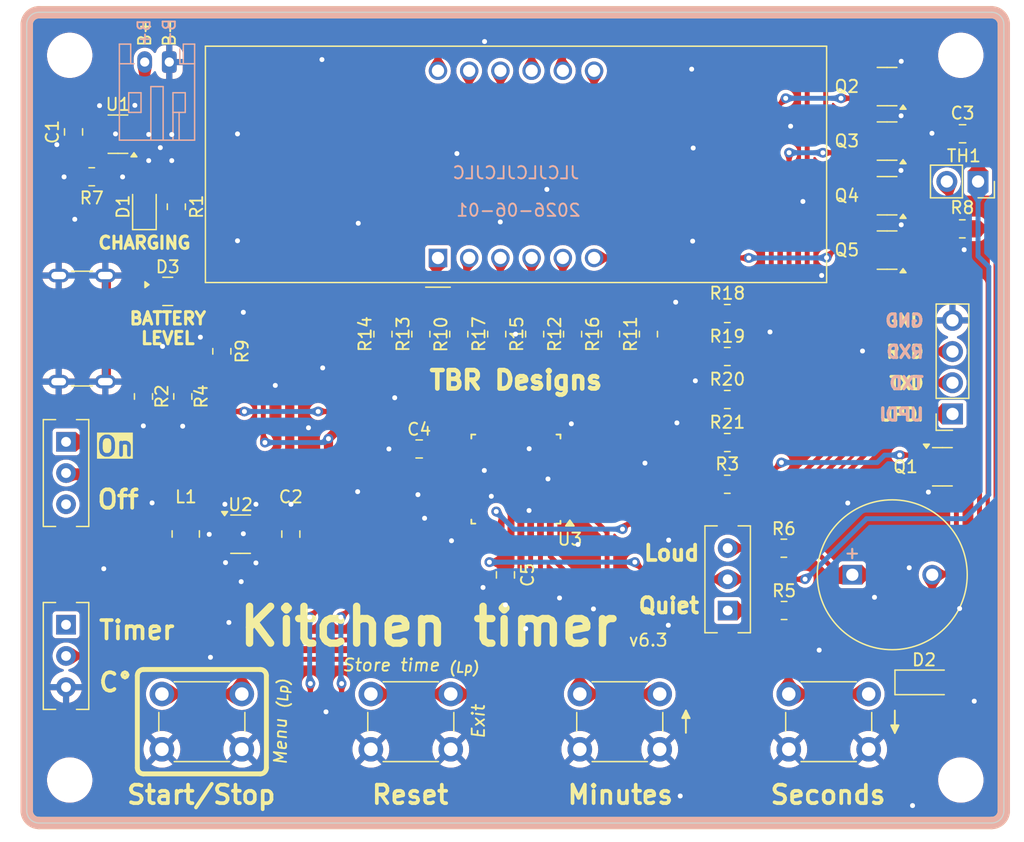
<source format=kicad_pcb>
(kicad_pcb (version 20240108) (generator "pcbnew") (generator_version "8.0")
  (title_block (title "Kitchen timer") (date "2024-09-03") (rev "v6.3") (company "TBR Designs"))
  (layers (0 "F.Cu" signal) (31 "B.Cu" signal) (34 "B.Paste" user) (35 "F.Paste" user) (36 "B.SilkS" user "B.Silkscreen") (37 "F.SilkS" user "F.Silkscreen") (38 "B.Mask" user) (39 "F.Mask" user) (44 "Edge.Cuts" user))
  (net 0 "")
  (net 1 "GND")
  (net 2 "+5V")
  (net 4 "CC1")
  (net 5 "CC2")
  (net 6 "CC3")
  (net 7 "CC4")
  (net 8 "BUZZER")
  (net 9 "DIGIT_1")
  (net 10 "DIGIT_2")
  (net 11 "DIGIT_3")
  (net 12 "DIGIT_4")
  (net 13 "BAT_LEVEL")
  (net 14 "SECONDS")
  (net 15 "MINUTES")
  (net 16 "RESET_TIME")
  (net 17 "+V_USB")
  (net 18 "START_STOP")
  (net 19 "A")
  (net 20 "UPDI")
  (net 21 "/A_R")
  (net 22 "/B_R")
  (net 23 "B")
  (net 24 "/C_R")
  (net 25 "/BZ-")
  (net 26 "/BZ+")
  (net 27 "/BZ_BASE")
  (net 28 "/CC1_BASE")
  (net 29 "/CC2_BASE")
  (net 30 "/CC3_BASE")
  (net 31 "/CC4_BASE")
  (net 32 "/CC2_USB")
  (net 33 "/CC1_USB")
  (net 34 "/SW")
  (net 35 "C")
  (net 36 "/CHGb")
  (net 37 "BAT+")
  (net 38 "FUNCTION")
  (net 39 "/CHRG_LED_K")
  (net 40 "/PROG")
  (net 41 "/DIN")
  (net 42 "/D_R")
  (net 45 "D")
  (net 46 "/E_R")
  (net 47 "E")
  (net 48 "F")
  (net 49 "/F_R")
  (net 50 "G")
  (net 51 "/G_R")
  (net 52 "DP")
  (net 53 "/DP_R")
  (net 54 "/BZ_LOUD")
  (net 55 "/BZ_QUIET")
  (net 56 "RXD")
  (net 57 "TXD")
  (net 59 "TEMP_GND")
  (net 60 "TEMP_V")
  (net 64 "BAT_SW")
  (footprint "00_local:R_0805_2012Metric_Pad1.20x1.40mm_HandSolder" (layer "F.Cu") (at 158 66.525)
    (property "Reference" "R20")
    (property "Value" "1k")
  )
  (footprint "00_local:SOT-23-3" (layer "F.Cu") (at 171 45.485 180)
    (property "Reference" "Q3")
    (property "Value" "MMBT2222A")
  )
  (footprint "00_local:SOT-23-3" (layer "F.Cu") (at 171 49.935 180)
    (property "Reference" "Q4")
    (property "Value" "MMBT2222A")
  )
  (footprint "00_local:R_0805_2012Metric_Pad1.20x1.40mm_HandSolder" (layer "F.Cu") (at 162.6 78.63 180)
    (property "Reference" "R6")
    (property "Value" "1R")
  )
  (footprint "00_local:MountingHole_3.2mm_M3" (layer "F.Cu") (at 177 97.5)
    (property "Reference" "H4" (hide yes))
    (property "Value" "MountingHole")
  )
  (footprint "00_local:R_0805_2012Metric_Pad1.20x1.40mm_HandSolder" (layer "F.Cu") (at 113.175 50.83 -90)
    (property "Reference" "R1")
    (property "Value" "1k")
  )
  (footprint "00_local:SW_Slide_SPDT_MINI" (layer "F.Cu") (at 104.2 87.4 -90)
    (property "Reference" "SW2" (hide yes))
    (property "Value" "FUNCTION_SELECTOR")
  )
  (footprint "00_local:C_0805_2012Metric_Pad1.18x1.45mm_HandSolder" (layer "F.Cu") (at 104.81 44.74 -90)
    (property "Reference" "C1")
    (property "Value" "10u")
  )
  (footprint "00_local:R_0805_2012Metric_Pad1.20x1.40mm_HandSolder" (layer "F.Cu") (at 148.497142 61.200707 90)
    (property "Reference" "R16")
    (property "Value" "220R")
  )
  (footprint "00_local:L_1008_2520Metric_Pad1.43x2.20mm_HandSolder" (layer "F.Cu") (at 113.94 77.47 90)
    (property "Reference" "L1")
    (property "Value" "CVH252009-2R2M")
  )
  (footprint "00_local:SW_Slide_SPDT_MINI" (layer "F.Cu") (at 104.2 72.51 -90)
    (property "Reference" "SW3" (hide yes))
    (property "Value" "ON/OFF")
  )
  (footprint "00_local:SOT-23-5" (layer "F.Cu") (at 118.4 77.4875)
    (property "Reference" "U2")
    (property "Value" "TPS613222ADBV")
  )
  (footprint "00_local:R_0805_2012Metric_Pad1.20x1.40mm_HandSolder" (layer "F.Cu") (at 129.982858 61.200707 90)
    (property "Reference" "R14")
    (property "Value" "220R")
  )
  (footprint "00_local:D_SOD-123" (layer "F.Cu") (at 174 89.55)
    (property "Reference" "D2")
    (property "Value" "MBR0520")
  )
  (footprint "00_local:R_0805_2012Metric_Pad1.20x1.40mm_HandSolder" (layer "F.Cu") (at 162.62 83.7 180)
    (property "Reference" "R5")
    (property "Value" "47R")
  )
  (footprint "00_local:R_0805_2012Metric_Pad1.20x1.40mm_HandSolder" (layer "F.Cu") (at 145.411428 61.200707 90)
    (property "Reference" "R12")
    (property "Value" "220R")
  )
  (footprint "00_local:R_0805_2012Metric_Pad1.20x1.40mm_HandSolder" (layer "F.Cu") (at 110.5 66.275 90)
    (property "Reference" "R2")
    (property "Value" "5k1 1%")
  )
  (footprint "00_local:R_0805_2012Metric_Pad1.20x1.40mm_HandSolder" (layer "F.Cu") (at 116.875 62.6 -90)
    (property "Reference" "R9")
    (property "Value" "300R")
  )
  (footprint "00_local:C_0805_2012Metric_Pad1.18x1.45mm_HandSolder" (layer "F.Cu") (at 177.14 44.89)
    (property "Reference" "C3")
    (property "Value" "100n")
  )
  (footprint "00_local:SW_PUSH_6mm" (layer "F.Cu") (at 135.5 95 180)
    (property "Reference" "SW6" (hide yes))
    (property "Value" "RESET_TIME")
  )
  (footprint "00_local:CA56-12EWA" (layer "F.Cu") (at 134.46 55 90)
    (property "Reference" "U4" (hide yes))
    (property "Value" "LTC-5723HR")
  )
  (footprint "00_local:R_0805_2012Metric_Pad1.20x1.40mm_HandSolder" (layer "F.Cu") (at 113.7 66.275 90)
    (property "Reference" "R4")
    (property "Value" "5k1 1%")
  )
  (footprint "00_local:SOT-23-3" (layer "F.Cu") (at 171 54.36 180)
    (property "Reference" "Q5")
    (property "Value" "MMBT2222A")
  )
  (footprint "00_local:PinSocket_1x02_P2.54mm_Vertical" (layer "F.Cu") (at 178.4 48.775 -90)
    (property "Reference" "TH1")
    (property "Value" "NRBE104F3435B2F")
  )
  (footprint "00_local:MountingHole_3.2mm_M3" (layer "F.Cu") (at 104.5 97.5)
    (property "Reference" "H3" (hide yes))
    (property "Value" "MountingHole")
  )
  (footprint "00_local:C_0805_2012Metric_Pad1.18x1.45mm_HandSolder" (layer "F.Cu") (at 139.95 80.8 90)
    (property "Reference" "C5")
    (property "Value" "100n")
  )
  (footprint "00_local:D_0805_2012Metric_Pad1.15x1.40mm_HandSolder" (layer "F.Cu") (at 110.575 50.83 90)
    (property "Reference" "D1")
    (property "Value" "CHRG_LED")
  )
  (footprint "00_local:SW_Slide_SPDT_MINI" (layer "F.Cu") (at 158.03 81.16 90)
    (property "Reference" "SW1" (hide yes))
    (property "Value" "VOLUME")
  )
  (footprint "00_local:SW_PUSH_6mm" (layer "F.Cu") (at 152.5 95 180)
    (property "Reference" "SW5" (hide yes))
    (property "Value" "MINUTES")
  )
  (footprint "00_local:R_0805_2012Metric_Pad1.20x1.40mm_HandSolder" (layer "F.Cu") (at 106.29 48.39)
    (property "Reference" "R7")
    (property "Value" "2k 1%")
  )
  (footprint "00_local:MountingHole_3.2mm_M3" (layer "F.Cu") (at 177 38.5)
    (property "Reference" "H1" (hide yes))
    (property "Value" "MountingHole")
  )
  (footprint "00_local:USB_C_Receptacle_GCT_USB4125-xx-x-0190_6P_TopMnt_Horizontal" (layer "F.Cu") (at 104.4 60.75 -90)
    (property "Reference" "J1" (hide yes))
    (property "Value" "USB_C")
  )
  (footprint "00_local:SOT-23-3" (layer "F.Cu") (at 175.5 72)
    (property "Reference" "Q1")
    (property "Value" "MMBT2222A")
  )
  (footprint "00_local:R_0805_2012Metric_Pad1.20x1.40mm_HandSolder" (layer "F.Cu") (at 151.582858 61.200707 90)
    (property "Reference" "R11")
    (property "Value" "220R")
  )
  (footprint "00_local:R_0805_2012Metric_Pad1.20x1.40mm_HandSolder" (layer "F.Cu") (at 158 73.425)
    (property "Reference" "R3")
    (property "Value" "1k")
  )
  (footprint "00_local:R_0805_2012Metric_Pad1.20x1.40mm_HandSolder" (layer "F.Cu") (at 177.12 52.63 180)
    (property "Reference" "R8")
    (property "Value" "10k 1%")
  )
  (footprint "00_local:MagneticBuzzer_ProSignal_ABT-410-RC" (layer "F.Cu") (at 168.17 80.79)
    (property "Reference" "BZ1" (hide yes))
    (property "Value" "Buzzer")
  )
  (footprint "00_local:R_0805_2012Metric_Pad1.20x1.40mm_HandSolder" (layer "F.Cu") (at 158 70.025)
    (property "Reference" "R21")
    (property "Value" "1k")
  )
  (footprint "00_local:R_0805_2012Metric_Pad1.20x1.40mm_HandSolder" (layer "F.Cu") (at 139.24 61.200707 90)
    (property "Reference" "R17")
    (property "Value" "220R")
  )
  (footprint "00_local:LED_WS2812B-2020_2.0x2.0mm" (layer "F.Cu") (at 112.475 57.725)
    (property "Reference" "D3")
    (property "Value" "WS2812B-2020")
  )
  (footprint "00_local:R_0805_2012Metric_Pad1.20x1.40mm_HandSolder" (layer "F.Cu") (at 142.325714 61.200707 90)
    (property "Reference" "R15")
    (property "Value" "220R")
  )
  (footprint "00_local:R_0805_2012Metric_Pad1.20x1.40mm_HandSolder" (layer "F.Cu") (at 158 59.525)
    (property "Reference" "R18")
    (property "Value" "1k")
  )
  (footprint "00_local:C_0805_2012Metric_Pad1.18x1.45mm_HandSolder" (layer "F.Cu") (at 132.93 70.55 180)
    (property "Reference" "C4")
    (property "Value" "100n")
  )
  (footprint "00_local:C_0805_2012Metric_Pad1.18x1.45mm_HandSolder" (layer "F.Cu") (at 122.49 77.48 90)
    (property "Reference" "C2")
    (property "Value" "22u")
  )
  (footprint "00_local:MountingHole_3.2mm_M3" (layer "F.Cu") (at 104.5 38.5)
    (property "Reference" "H2" (hide yes))
    (property "Value" "MountingHole")
  )
  (footprint "00_local:SOT-23-5" (layer "F.Cu") (at 108.425 44.925 180)
    (property "Reference" "U1")
    (property "Value" "DIO5518B")
  )
  (footprint "00_local:R_0805_2012Metric_Pad1.20x1.40mm_HandSolder" (layer "F.Cu") (at 133.068572 61.200707 90)
    (property "Reference" "R13")
    (property "Value" "220R")
  )
  (footprint "00_local:SOT-23-3" (layer "F.Cu") (at 171 41.05 180)
    (property "Reference" "Q2")
    (property "Value" "MMBT2222A")
  )
  (footprint "00_local:PinSocket_1x04_P2.54mm_Vertical" (layer "F.Cu") (at 176.32 67.7 180)
    (property "Reference" "J2" (hide yes))
    (property "Value" "BREAKOUT")
  )
  (footprint "00_local:SW_PUSH_6mm" (layer "F.Cu") (at 169.5 95 180)
    (property "Reference" "SW4" (hide yes))
    (property "Value" "SECONDS")
  )
  (footprint "00_local:R_0805_2012Metric_Pad1.20x1.40mm_HandSolder" (layer "F.Cu") (at 158 63.025)
    (property "Reference" "R19")
    (property "Value" "1k")
  )
  (footprint "00_local:R_0805_2012Metric_Pad1.20x1.40mm_HandSolder" (layer "F.Cu") (at 136.154286 61.200707 90)
    (property "Reference" "R10")
    (property "Value" "220R")
  )
  (footprint "00_local:TQFP-32_7x7mm_P0.8mm" (layer "F.Cu") (at 140.8 73 180)
    (property "Reference" "U3")
    (property "Value" "ATmega4808-A")
  )
  (footprint "00_local:SW_PUSH_6mm" (layer "F.Cu") (at 118.5 95 180)
    (property "Reference" "SW7" (hide yes))
    (property "Value" "START/STOP")
  )
  (footprint "00_local:JST_PH_S2B-PH-K_1x02_P2.00mm_Horizontal" (layer "B.Cu") (at 112.6 39.05 180)
    (property "Reference" "J3" (hide yes))
    (property "Value" "JST PH 2.0")
  )
  (gr_arc (start 101 36) (mid 101.292893 35.292893) (end 102 35) (stroke (width 1)) (layer "B.SilkS"))
  (gr_line (start 180.5 36) (end 180.5 100) (stroke (width 1)) (layer "B.SilkS"))
  (gr_line (start 102 35) (end 179.5 35) (stroke (width 1)) (layer "B.SilkS"))
  (gr_line (start 179.5 101) (end 102 101) (stroke (width 1)) (layer "B.SilkS"))
  (gr_arc (start 102 101) (mid 101.292893 100.707107) (end 101 100) (stroke (width 1)) (layer "B.SilkS"))
  (gr_line (start 101 100) (end 101 36) (stroke (width 1)) (layer "B.SilkS"))
  (gr_arc (start 179.5 35) (mid 180.207107 35.292893) (end 180.5 36) (stroke (width 1)) (layer "B.SilkS"))
  (gr_arc (start 180.5 100) (mid 180.207107 100.707107) (end 179.5 101) (stroke (width 1)) (layer "B.SilkS"))
  (gr_arc (start 120.5 96.5) (mid 120.353553 96.853553) (end 120 97) (stroke (width 0.4)) (layer "F.SilkS"))
  (gr_line (start 101 100) (end 101 36) (stroke (width 1)) (layer "F.SilkS"))
  (gr_arc (start 110 89) (mid 110.146447 88.646447) (end 110.5 88.5) (stroke (width 0.4)) (layer "F.SilkS"))
  (gr_line (start 110.5 88.5) (end 120 88.5) (stroke (width 0.4)) (layer "F.SilkS"))
  (gr_arc (start 120 88.5) (mid 120.353553 88.646447) (end 120.5 89) (stroke (width 0.4)) (layer "F.SilkS"))
  (gr_line (start 120.5 89) (end 120.5 96.5) (stroke (width 0.4)) (layer "F.SilkS"))
  (gr_poly (pts (xy 154.33 92.455) (xy 154.63 91.845) (xy 154.93 92.455)) (stroke (width 0.15)) (fill solid) (layer "F.SilkS"))
  (gr_line (start 179.5 101) (end 102 101) (stroke (width 1)) (layer "F.SilkS"))
  (gr_line (start 110 96.5) (end 110 89) (stroke (width 0.4)) (layer "F.SilkS"))
  (gr_line (start 102 35) (end 179.5 35) (stroke (width 1)) (layer "F.SilkS"))
  (gr_arc (start 179.5 35) (mid 180.207107 35.292893) (end 180.5 36) (stroke (width 1)) (layer "F.SilkS"))
  (gr_arc (start 101 36) (mid 101.292893 35.292893) (end 102 35) (stroke (width 1)) (layer "F.SilkS"))
  (gr_line (start 154.63 93.655) (end 154.63 91.845) (stroke (width 0.15)) (layer "F.SilkS"))
  (gr_line (start 171.63 91.845) (end 171.63 93.655) (stroke (width 0.15)) (layer "F.SilkS"))
  (gr_poly (pts (xy 171.93 93.045) (xy 171.63 93.655) (xy 171.33 93.045)) (stroke (width 0.15)) (fill solid) (layer "F.SilkS"))
  (gr_line (start 120 97) (end 110.5 97) (stroke (width 0.4)) (layer "F.SilkS"))
  (gr_arc (start 102 101) (mid 101.292893 100.707107) (end 101 100) (stroke (width 1)) (layer "F.SilkS"))
  (gr_line (start 180.5 36) (end 180.5 100) (stroke (width 1)) (layer "F.SilkS"))
  (gr_arc (start 110.5 97) (mid 110.146447 96.853553) (end 110 96.5) (stroke (width 0.4)) (layer "F.SilkS"))
  (gr_arc (start 180.5 100) (mid 180.207107 100.707107) (end 179.5 101) (stroke (width 1)) (layer "F.SilkS"))
  (gr_arc (start 102 101) (mid 101.292893 100.707107) (end 101 100) (stroke (width 0.1)) (layer "Edge.Cuts"))
  (gr_line (start 180.5 36) (end 180.5 100) (stroke (width 0.1)) (layer "Edge.Cuts"))
  (gr_arc (start 179.5 35) (mid 180.207107 35.292893) (end 180.5 36) (stroke (width 0.1)) (layer "Edge.Cuts"))
  (gr_arc (start 101 36) (mid 101.292893 35.292893) (end 102 35) (stroke (width 0.1)) (layer "Edge.Cuts"))
  (gr_line (start 179.5 101) (end 102 101) (stroke (width 0.1)) (layer "Edge.Cuts"))
  (gr_line (start 101 100) (end 101 36) (stroke (width 0.1)) (layer "Edge.Cuts"))
  (gr_line (start 102 35) (end 179.5 35) (stroke (width 0.1)) (layer "Edge.Cuts"))
  (gr_arc (start 180.5 100) (mid 180.207107 100.707107) (end 179.5 101) (stroke (width 0.1)) (layer "Edge.Cuts"))
  (gr_text "B+" (at 110.55 37.9 90) (layer "B.SilkS") (effects (font (size 1 1)) (justify right mirror)))
  (gr_text "UPDI" (at 174.1 67.75 0) (layer "B.SilkS") (effects (font (size 1 1) (thickness 0.25)) (justify left mirror)))
  (gr_text "GND" (at 174.1 60.1 0) (layer "B.SilkS") (effects (font (size 1 1) (thickness 0.25)) (justify left mirror)))
  (gr_text "JLCJLCJLCJLC" (at 140.8 48.65 0) (layer "B.SilkS") (effects (font (size 1 1)) (justify bottom mirror)))
  (gr_text "TXD" (at 174.1 65.2 0) (layer "B.SilkS") (effects (font (size 1 1) (thickness 0.25)) (justify left mirror)))
  (gr_text "RXD" (at 174.1 62.65 0) (layer "B.SilkS") (effects (font (size 1 1) (thickness 0.25)) (justify left mirror)))
  (gr_text "B-" (at 112.6 37.85 90) (layer "B.SilkS") (effects (font (size 1 1)) (justify right mirror)))
  (gr_text "+" (at 168.15 78.99 0) (layer "B.SilkS") (effects (font (size 1 1))))
  (gr_text "${CURRENT_DATE}" (at 141 51.7 0) (layer "B.SilkS") (effects (font (size 1 1)) (justify bottom mirror)))
  (gr_text "UPDI" (at 174.1 67.75 0) (layer "F.SilkS") (effects (font (size 1 1) (thickness 0.25)) (justify right)))
  (gr_text "B-" (at 112.6 35.45 90) (layer "F.SilkS") (effects (font (size 1 1)) (justify right)))
  (gr_text "B+" (at 110.6 35.45 90) (layer "F.SilkS") (effects (font (size 1 1)) (justify right)))
  (gr_text "TBR Designs" (at 140.8 64.95 0) (layer "F.SilkS") (effects (font (size 1.5 1.5) (thickness 0.4) (bold yes))))
  (gr_text "On" (at 106.55 70.35 0) (layer "F.SilkS" knockout) (effects (font (size 1.5 1.5) (thickness 0.3) (bold yes)) (justify left)))
  (gr_text "${REVISION}" (at 149.9 86.7 0) (layer "F.SilkS") (effects (font (size 1 1)) (justify left bottom)))
  (gr_text "Kitchen timer" (at 133.7 85 0) (layer "F.SilkS") (effects (font (size 3 3) (thickness 0.6) (bold yes))))
  (gr_text "Menu _{(Lp)}" (at 121.65 92.75 90) (layer "F.SilkS") (effects (font (size 1 1) (thickness 0.15) (italic yes))))
  (gr_text "CHARGING" (at 110.575 53.77 0) (layer "F.SilkS") (effects (font (size 1 1) (thickness 0.25))))
  (gr_text "Exit" (at 137.75 92.75 90) (layer "F.SilkS") (effects (font (size 1 1) (thickness 0.15) (italic yes))))
  (gr_text "Store time _{(Lp)}" (at 132.25 88.14 0) (layer "F.SilkS") (effects (font (size 1 1) (thickness 0.15) (italic yes))))
  (gr_text "RXD" (at 174.1 62.65 0) (layer "F.SilkS") (effects (font (size 1 1) (thickness 0.25)) (justify right)))
  (gr_text "TXD" (at 174.1 65.2 0) (layer "F.SilkS") (effects (font (size 1 1) (thickness 0.25)) (justify right)))
  (gr_text "BATTERY\nLEVEL" (at 112.48 62.12 0) (layer "F.SilkS") (effects (font (size 1 1) (thickness 0.25)) (justify bottom)))
  (gr_text "GND" (at 174.1 60.1 0) (layer "F.SilkS") (effects (font (size 1 1) (thickness 0.25)) (justify right)))
  (gr_text "Off" (at 106.6 74.66 0) (layer "F.SilkS") (effects (font (size 1.5 1.5) (thickness 0.3) (bold yes)) (justify left)))
  (segment (start 109.5625 44.925) (end 108.25 44.925) (width 0.6) (layer "F.Cu") (net 1))
  (segment (start 138.05 72.3) (end 137.55 71.8) (width 0.55) (layer "F.Cu") (net 1))
  (segment (start 117.2625 77.4875) (end 118.5875 77.4875) (width 0.55) (layer "F.Cu") (net 1))
  (segment (start 137.55 71.8) (end 132.23 71.8) (width 0.55) (layer "F.Cu") (net 1))
  (segment (start 141.89 75.56) (end 141.87 75.56) (width 0.55) (layer "F.Cu") (net 1))
  (segment (start 120.173394 77.4875) (end 121.218394 76.4425) (width 0.6) (layer "F.Cu") (net 1))
  (segment (start 115.85 77.5) (end 115.8625 77.4875) (width 0.55) (layer "F.Cu") (net 1))
  (segment (start 138.23 72.3) (end 138.05 72.3) (width 0.55) (layer "F.Cu") (net 1))
  (segment (start 110.927068 44.944643) (end 110.927068 44.927068) (width 0.6) (layer "F.Cu") (net 1))
  (segment (start 118.625 77.45) (end 118.6625 77.4875) (width 0.6) (layer "F.Cu") (net 1))
  (segment (start 115.8625 77.4875) (end 117.2625 77.4875) (width 0.55) (layer "F.Cu") (net 1))
  (segment (start 107.48 58) (end 107.48 56.51) (width 0.75) (layer "F.Cu") (net 1))
  (segment (start 118.6625 77.4875) (end 120.173394 77.4875) (width 0.6) (layer "F.Cu") (net 1))
  (segment (start 110.927068 44.927068) (end 110.925 44.925) (width 0.6) (layer "F.Cu") (net 1))
  (segment (start 108.25 44.925) (end 108.225 44.9) (width 0.6) (layer "F.Cu") (net 1))
  (segment (start 118.5875 77.4875) (end 118.625 77.45) (width 0.55) (layer "F.Cu") (net 1))
  (segment (start 131.8925 71.4625) (end 131.8925 70.55) (width 0.55) (layer "F.Cu") (net 1))
  (segment (start 140.9625 81.8375) (end 140 81.8375) (width 0.55) (layer "F.Cu") (net 1))
  (segment (start 141.87 75.56) (end 141.87 75.58) (width 0.55) (layer "F.Cu") (net 1))
  (segment (start 121.218394 76.4425) (end 122.49 76.4425) (width 0.6) (layer "F.Cu") (net 1))
  (segment (start 108.225 44.9) (end 105.6875 44.9) (width 0.6) (layer "F.Cu") (net 1))
  (segment (start 141.2 77.25) (end 141.2 81.6) (width 0.55) (layer "F.Cu") (net 1))
  (segment (start 141.2 81.6) (end 140.9625 81.8375) (width 0.55) (layer "F.Cu") (net 1))
  (segment (start 141.87 75.58) (end 141.2 76.25) (width 0.55) (layer "F.Cu") (net 1))
  (segment (start 107.48 63.5) (end 107.48 64.99) (width 0.75) (layer "F.Cu") (net 1))
  (segment (start 141.2 76.25) (end 141.2 77.25) (width 0.55) (layer "F.Cu") (net 1))
  (segment (start 132.23 71.8) (end 131.8925 71.4625) (width 0.55) (layer "F.Cu") (net 1))
  (segment (start 110.925 44.925) (end 109.5625 44.925) (width 0.6) (layer "F.Cu") (net 1))
  (segment (start 105.6875 44.9) (end 104.81 45.7775) (width 0.6) (layer "F.Cu") (net 1))
  (segment (start 116.02 77.5) (end 115.85 77.5) (width 0.55) (layer "F.Cu") (net 1))
  (via (at 173.07 99.58) (size 0.8) (drill 0.4) (layers "F.Cu" "B.Cu") (net 1))
  (via (at 140.77 61.2) (size 0.8) (drill 0.4) (layers "F.Cu" "B.Cu") (net 1))
  (via (at 172.15 38.99) (size 0.8) (drill 0.4) (layers "F.Cu" "B.Cu") (net 1))
  (via (at 178.09 91.08) (size 0.8) (drill 0.4) (layers "F.Cu" "B.Cu") (net 1))
  (via (at 167.8 74.95) (size 0.8) (drill 0.4) (layers "F.Cu" "B.Cu") (net 1))
  (via (at 117.125 75.05) (size 0.8) (drill 0.4) (layers "F.Cu" "B.Cu") (net 1))
  (via (at 138.125 81.825) (size 0.8) (drill 0.4) (layers "F.Cu" "B.Cu") (net 1))
  (via (at 118.45 81.35) (size 0.8) (drill 0.4) (layers "F.Cu" "B.Cu") (net 1))
  (via (at 110.927068 44.944643) (size 0.8) (drill 0.4) (layers "F.Cu" "B.Cu") (net 1))
  (via (at 139.95 83.24) (size 0.8) (drill 0.4) (layers "F.Cu" "B.Cu") (net 1))
  (via (at 151.3 71.7) (size 0.8) (drill 0.4) (layers "F.Cu" "B.Cu") (net 1))
  (via (at 165.675 56.425) (size 0.8) (drill 0.4) (layers "F.Cu" "B.Cu") (net 1))
  (via (at 165.475 86.925) (size 0.8) (drill 0.4) (layers "F.Cu" "B.Cu") (net 1))
  (via (at 107.27 80.3) (size 0.8) (drill 0.4) (layers "F.Cu" "B.Cu") (net 1))
  (via (at 108.225 44.9) (size 0.8) (drill 0.4) (layers "F.Cu" "B.Cu") (net 1))
  (via (at 132.83 74.27) (size 0.8) (drill 0.4) (layers "F.Cu" "B.Cu") (net 1))
  (via (at 125.08 63.95) (size 0.8) (drill 0.4) (layers "F.Cu" "B.Cu") (net 1))
  (via (at 174.36 74.06) (size 0.8) (drill 0.4) (layers "F.Cu" "B.Cu") (net 1))
  (via (at 118.625 77.45) (size 0.8) (drill 0.4) (layers "F.Cu" "B.Cu") (net 1))
  (via (at 127.925 74.025) (size 0.8) (drill 0.4) (layers "F.Cu" "B.Cu") (net 1))
  (via (at 106.925 42.6) (size 0.8) (drill 0.4) (layers "F.Cu" "B.Cu") (net 1))
  (via (at 163.15 44.275) (size 0.8) (drill 0.4) (layers "F.Cu" "B.Cu") (net 1))
  (via (at 153.2 84.9) (size 0.8) (drill 0.4) (layers "F.Cu" "B.Cu") (net 1))
  (via (at 111.87 46.02) (size 0.8) (drill 0.4) (layers "F.Cu" "B.Cu") (net 1))
  (via (at 145.31 68.5) (size 0.8) (drill 0.4) (layers "F.Cu" "B.Cu") (net 1))
  (via (at 112.05 62.2) (size 0.8) (drill 0.4) (layers "F.Cu" "B.Cu") (net 1))
  (via (at 155.1 39.63) (size 0.8) (drill 0.4) (layers "F.Cu" "B.Cu") (net 1))
  (via (at 138.23 72.3) (size 0.8) (drill 0.4) (layers "F.Cu" "B.Cu") (net 1))
  (via (at 139.53 52.07) (size 0.8) (drill 0.4) (layers "F.Cu" "B.Cu") (net 1))
  (via (at 155.4 65) (size 0.8) (drill 0.4) (layers "F.Cu" "B.Cu") (net 1))
  (via (at 143.41 72.99) (size 0.8) (drill 0.4) (layers "F.Cu" "B.Cu") (net 1))
  (via (at 110.49 68.67) (size 0.8) (drill 0.4) (layers "F.Cu" "B.Cu") (net 1))
  (via (at 141.6 85.175) (size 0.8) (drill 0.4) (layers "F.Cu" "B.Cu") (net 1))
  (via (at 174.65 44.85) (size 0.8) (drill 0.4) (layers "F.Cu" "B.Cu") (net 1))
  (via (at 138.8 74.4) (size 0.8) (drill 0.4) (layers "F.Cu" "B.Cu") (net 1))
  (via (at 113.69 68.695) (size 0.8) (drill 0.4) (layers "F.Cu" "B.Cu") (net 1))
  (via (at 161.475 61.025) (size 0.8) (drill 0.4) (layers "F.Cu" "B.Cu") (net 1))
  (via (at 115.13 61.45) (size 0.8) (drill 0.4) (layers "F.Cu" "B.Cu") (net 1))
  (via (at 119.65 75.05) (size 0.8) (drill 0.4) (layers "F.Cu" "B.Cu") (net 1))
  (via (at 164.15 50.4) (size 0.8) (drill 0.4) (layers "F.Cu" "B.Cu") (net 1))
  (via (at 144.35 82.68) (size 0.8) (drill 0.4) (layers "F.Cu" "B.Cu") (net 1))
  (via (at 153.8 58.6) (size 0.8) (drill 0.4) (layers "F.Cu" "B.Cu") (net 1))
  (via (at 118.15 44.9) (size 0.8) (drill 0.4) (layers "F.Cu" "B.Cu") (net 1))
  (via (at 153.23 77.97) (size 0.8) (drill 0.4) (layers "F.Cu" "B.Cu") (net 1))
  (via (at 112.8 44.95) (size 0.8) (drill 0.4) (layers "F.Cu" "B.Cu") (net 1))
  (via (at 118.625 59.425) (size 0.8) (drill 0.4) (layers "F.Cu" "B.Cu") (net 1))
  (via (at 109.8 42.575) (size 0.8) (drill 0.4) (layers "F.Cu" "B.Cu") (net 1))
  (via (at 103.45 45.775) (size 0.8) (drill 0.4) (layers "F.Cu" "B.Cu") (net 1))
  (via (at 172.14 43.425) (size 0.8) (drill 0.4) (layers "F.Cu" "B.Cu") (net 1))
  (via (at 115.85 77.5) (size 0.8) (drill 0.4) (layers "F.Cu" "B.Cu") (net 1))
  (via (at 117.175 79.8) (size 0.8) (drill 0.4) (layers "F.Cu" "B.Cu") (net 1))
  (via (at 155.225 46.05) (size 0.8) (drill 0.4) (layers "F.Cu" "B.Cu") (net 1))
  (via (at 177.27 54.33) (size 0.8) (drill 0.4) (layers "F.Cu" "B.Cu") (net 1))
  (via (at 123.925 68.825) (size 0.8) (drill 0.4) (layers "F.Cu" "B.Cu") (net 1))
  (via (at 155.18 53.63) (size 0.8) (drill 0.4) (layers "F.Cu" "B.Cu") (net 1))
  (via (at 127.975 52.175) (size 0.8) (drill 0.4) (layers "F.Cu" "B.Cu") (net 1))
  (via (at 172.13 47.875) (size 0.8) (drill 0.4) (layers "F.Cu" "B.Cu") (net 1))
  (via (at 111.2 74.94) (size 0.8) (drill 0.4) (layers "F.Cu" "B.Cu") (net 1))
  (via (at 133.37 76.19) (size 0.8) (drill 0.4) (layers "F.Cu" "B.Cu") (net 1))
  (via (at 138.25 37.38) (size 0.8) (drill 0.4) (layers "F.Cu" "B.Cu") (net 1))
  (via (at 122.5 75.05) (size 0.8) (drill 0.4) (layers "F.Cu" "B.Cu") (net 1))
  (via (at 141.88 70.53) (size 0.8) (drill 0.4) (layers "F.Cu" "B.Cu") (net 1))
  (via (at 121.225 65.375) (size 0.8) (drill 0.4) (layers "F.Cu" "B.Cu") (net 1))
  (via (at 141.87 75.56) (size 0.8) (drill 0.4) (layers "F.Cu" "B.Cu") (net 1))
  (via (at 169 62.575) (size 0.8) (drill 0.4) (layers "F.Cu" "B.Cu") (net 1))
  (via (at 104.91 51.85) (size 0.8) (drill 0.4) (layers "F.Cu" "B.Cu") (net 1))
  (via (at 130.47 70.55) (size 0.8) (drill 0.4) (layers "F.Cu" "B.Cu") (net 1))
  (via (at 119.65 79.825) (size 0.8) (drill 0.4) (layers "F.Cu" "B.Cu") (net 1))
  (via (at 130.94 66.38) (size 0.8) (drill 0.4) (layers "F.Cu" "B.Cu") (net 1))
  (via (at 125.35 91.95) (size 0.8) (drill 0.4) (layers "F.Cu" "B.Cu") (net 1))
  (via (at 153.9 68.425) (size 0.8) (drill 0.4) (layers "F.Cu" "B.Cu") (net 1))
  (via (at 108.8 48.4) (size 0.8) (drill 0.4) (layers "F.Cu" "B.Cu") (net 1))
  (via (at 104.04 48.4) (size 0.8) (drill 0.4) (layers "F.Cu" "B.Cu") (net 1))
  (via (at 169.975 82.625) (size 0.8) (drill 0.4) (layers "F.Cu" "B.Cu") (net 1))
  (via (at 117.45 84.675) (size 0.8) (drill 0.4) (layers "F.Cu" "B.Cu") (net 1))
  (via (at 115.95 87.51) (size 0.8) (drill 0.4) (layers "F.Cu" "B.Cu") (net 1))
  (via (at 147.11 83.57) (size 0.8) (drill 0.4) (layers "F.Cu" "B.Cu") (net 1))
  (via (at 145.85 78.325) (size 0.8) (drill 0.4) (layers "F.Cu" "B.Cu") (net 1))
  (via (at 154.17 98.8) (size 0.8) (drill 0.4) (layers "F.Cu" "B.Cu") (net 1))
  (via (at 110.925 47.075) (size 0.8) (drill 0.4) (layers "F.Cu" "B.Cu") (net 1))
  (via (at 112.8 47.075) (size 0.8) (drill 0.4) (layers "F.Cu" "B.Cu") (net 1))
  (via (at 172.15 52.3) (size 0.8) (drill 0.4) (layers "F.Cu" "B.Cu") (net 1))
  (via (at 118.15 53.6) (size 0.8) (drill 0.4) (layers "F.Cu" "B.Cu") (net 1))
  (via (at 172.8 80.22) (size 0.8) (drill 0.4) (layers "F.Cu" "B.Cu") (net 1))
  (via (at 176.9 83.54) (size 0.8) (drill 0.4) (layers "F.Cu" "B.Cu") (net 1))
  (via (at 135.56 78.02) (size 0.8) (drill 0.4) (layers "F.Cu" "B.Cu") (net 1))
  (via (at 136 46.5) (size 0.8) (drill 0.4) (layers "F.Cu" "B.Cu") (net 1))
  (via (at 125.02 38.85) (size 0.8) (drill 0.4) (layers "F.Cu" "B.Cu") (net 1))
  (via (at 143.32 49.42) (size 0.8) (drill 0.4) (layers "F.Cu" "B.Cu") (net 1))
  (segment (start 119.5375 78.4375) (end 122.225 78.4375) (width 0.6) (layer "F.Cu") (net 2))
  (segment (start 118.795 57.175) (end 113.39 57.175) (width 0.4) (layer "F.Cu") (net 2))
  (segment (start 125.55 77.225) (end 124.2575 78.5175) (width 0.75) (layer "F.Cu") (net 2))
  (segment (start 164.325 81.15) (end 164.315 81.16) (width 0.75) (layer "F.Cu") (net 2))
  (segment (start 178.4 48.775) (end 178.4 45.1125) (width 0.4) (layer "F.Cu") (net 2))
  (segment (start 133.42 68.4) (end 133.9675 68.9475) (width 0.75) (layer "F.Cu") (net 2))
  (segment (start 120.25 58.63) (end 118.795 57.175) (width 0.4) (layer "F.Cu") (net 2))
  (segment (start 133.9675 68.9475) (end 133.9675 70.55) (width 0.75) (layer "F.Cu") (net 2))
  (segment (start 120.25 69.895) (end 120.25 58.63) (width 0.4) (layer "F.Cu") (net 2))
  (segment (start 164.315 81.16) (end 158.03 81.16) (width 0.4) (layer "F.Cu") (net 2))
  (segment (start 140.005 71) (end 138.205 71) (width 0.75) (layer "F.Cu") (net 2))
  (segment (start 120.38 70.025) (end 120.25 69.895) (width 0.4) (layer "F.Cu") (net 2))
  (segment (start 125.55 69.71) (end 126.86 68.4) (width 0.75) (layer "F.Cu") (net 2))
  (segment (start 140.405 75.675) (end 140.405 71.4) (width 0.75) (layer "F.Cu") (net 2))
  (segment (start 126.86 68.4) (end 133.42 68.4) (width 0.75) (layer "F.Cu") (net 2))
  (segment (start 124.2575 78.5175) (end 122.49 78.5175) (width 0.75) (layer "F.Cu") (net 2))
  (segment (start 151.88 81.16) (end 158.03 81.16) (width 0.4) (layer "F.Cu") (net 2))
  (segment (start 125.55 69.71) (end 125.55 77.225) (width 0.75) (layer "F.Cu") (net 2))
  (segment (start 140.405 77.25) (end 140.405 75.675) (width 0.55) (layer "F.Cu") (net 2))
  (segment (start 136.555 71) (end 138.205 71) (width 0.55) (layer "F.Cu") (net 2))
  (segment (start 140.405 77.25) (end 140.405 79.7625) (width 0.55) (layer "F.Cu") (net 2))
  (segment (start 150.48 79.76) (end 151.88 81.16) (width 0.4) (layer "F.Cu") (net 2))
  (segment (start 136.555 71) (end 134.0425 71) (width 0.55) (layer "F.Cu") (net 2))
  (segment (start 140.405 71.4) (end 140.005 71) (width 0.75) (layer "F.Cu") (net 2))
  (segment (start 138.6425 79.7625) (end 139.95 79.7625) (width 0.4) (layer "F.Cu") (net 2))
  (via (at 125.55 69.71) (size 0.8) (drill 0.4) (layers "F.Cu" "B.Cu") (net 2))
  (via (at 138.6425 79.7625) (size 0.8) (drill 0.4) (layers "F.Cu" "B.Cu") (net 2))
  (via (at 164.325 81.15) (size 0.8) (drill 0.4) (layers "F.Cu" "B.Cu") (net 2))
  (via (at 150.48 79.76) (size 0.8) (drill 0.4) (layers "F.Cu" "B.Cu") (net 2))
  (via (at 120.38 70.025) (size 0.8) (drill 0.4) (layers "F.Cu" "B.Cu") (net 2))
  (segment (start 177.325 76.225) (end 179.275 74.275) (width 0.4) (layer "B.Cu") (net 2))
  (segment (start 150.48 79.76) (end 150.4775 79.7625) (width 0.4) (layer "B.Cu") (net 2))
  (segment (start 164.39 81.16) (end 169.325 76.225) (width 0.4) (layer "B.Cu") (net 2))
  (segment (start 164.325 81.15) (end 164.335 81.16) (width 0.4) (layer "B.Cu") (net 2))
  (segment (start 164.335 81.16) (end 164.39 81.16) (width 0.4) (layer "B.Cu") (net 2))
  (segment (start 179.275 74.275) (end 179.275 55.725) (width 0.4) (layer "B.Cu") (net 2))
  (segment (start 178.4 54.85) (end 178.4 48.775) (width 0.4) (layer "B.Cu") (net 2))
  (segment (start 169.325 76.225) (end 177.325 76.225) (width 0.4) (layer "B.Cu") (net 2))
  (segment (start 150.4775 79.7625) (end 138.6425 79.7625) (width 0.4) (layer "B.Cu") (net 2))
  (segment (start 125.55 69.71) (end 125.235 70.025) (width 0.4) (layer "B.Cu") (net 2))
  (segment (start 125.235 70.025) (end 120.38 70.025) (width 0.4) (layer "B.Cu") (net 2))
  (segment (start 179.275 55.725) (end 178.4 54.85) (width 0.4) (layer "B.Cu") (net 2))
  (segment (start 168.55 41.05) (end 163.5 36) (width 0.4) (layer "F.Cu") (net 4))
  (segment (start 134.46 36.54) (end 134.46 39.76) (width 0.4) (layer "F.Cu") (net 4))
  (segment (start 135 36) (end 134.46 36.54) (width 0.4) (layer "F.Cu") (net 4))
  (segment (start 163.5 36) (end 135 36) (width 0.4) (layer "F.Cu") (net 4))
  (segment (start 169.8625 41.05) (end 168.55 41.05) (width 0.4) (layer "F.Cu") (net 4))
  (segment (start 142.08 39.76) (end 142.08 37.52) (width 0.4) (layer "F.Cu") (net 5))
  (segment (start 162.87 36.84) (end 166 39.97) (width 0.4) (layer "F.Cu") (net 5))
  (segment (start 166.96 45.485) (end 166 44.525) (width 0.4) (layer "F.Cu") (net 5))
  (segment (start 169.8625 45.485) (end 166.96 45.485) (width 0.4) (layer "F.Cu") (net 5))
  (segment (start 166 39.97) (end 166 44.525) (width 0.4) (layer "F.Cu") (net 5))
  (segment (start 142.08 37.52) (end 142.76 36.84) (width 0.4) (layer "F.Cu") (net 5))
  (segment (start 142.76 36.84) (end 162.87 36.84) (width 0.4) (layer "F.Cu") (net 5))
  (segment (start 164.5 48.8) (end 164.5 39.89) (width 0.4) (layer "F.Cu") (net 6))
  (segment (start 144.62 38.58) (end 144.62 39.76) (width 0.4) (layer "F.Cu") (net 6))
  (segment (start 162.31 37.7) (end 145.5 37.7) (width 0.4) (layer "F.Cu") (net 6))
  (segment (start 169.8625 49.935) (end 165.635 49.935) (width 0.4) (layer "F.Cu") (net 6))
  (segment (start 164.5 39.89) (end 162.31 37.7) (width 0.4) (layer "F.Cu") (net 6))
  (segment (start 145.5 37.7) (end 144.62 38.58) (width 0.4) (layer "F.Cu") (net 6))
  (segment (start 165.635 49.935) (end 164.5 48.8) (width 0.4) (layer "F.Cu") (net 6))
  (segment (start 166.075 54.975) (end 166.69 54.36) (width 0.4) (layer "F.Cu") (net 7))
  (segment (start 166.69 54.36) (end 169.8625 54.36) (width 0.4) (layer "F.Cu") (net 7))
  (segment (start 159.75 55) (end 147.16 55) (width 0.4) (layer "F.Cu") (net 7))
  (via (at 159.75 55) (size 0.8) (drill 0.4) (layers "F.Cu" "B.Cu") (net 7))
  (via (at 166.075 54.975) (size 0.8) (drill 0.4) (layers "F.Cu" "B.Cu") (net 7))
  (segment (start 159.75 55) (end 166.05 55) (width 0.4) (layer "B.Cu") (net 7))
  (segment (start 166.05 55) (end 166.075 54.975) (width 0.4) (layer "B.Cu") (net 7))
  (segment (start 145.05 73.4) (end 156.975 73.4) (width 0.4) (layer "F.Cu") (net 8))
  (segment (start 146.6 70.2) (end 155 61.8) (width 0.4) (layer "F.Cu") (net 9))
  (segment (start 155.925 59.525) (end 157 59.525) (width 0.4) (layer "F.Cu") (net 9))
  (segment (start 145.05 70.2) (end 146.6 70.2) (width 0.4) (layer "F.Cu") (net 9))
  (segment (start 155 60.45) (end 155.925 59.525) (width 0.4) (layer "F.Cu") (net 9))
  (segment (start 155 61.8) (end 155 60.45) (width 0.4) (layer "F.Cu") (net 9))
  (segment (start 145.05 71) (end 147.2 71) (width 0.4) (layer "F.Cu") (net 10))
  (segment (start 155.175 63.025) (end 157 63.025) (width 0.4) (layer "F.Cu") (net 10))
  (segment (start 147.2 71) (end 155.175 63.025) (width 0.4) (layer "F.Cu") (net 10))
  (segment (start 147.85 71.8) (end 153.125 66.525) (width 0.4) (layer "F.Cu") (net 11))
  (segment (start 153.125 66.525) (end 157 66.525) (width 0.4) (layer "F.Cu") (net 11))
  (segment (start 145 71.8) (end 147.85 71.8) (width 0.4) (layer "F.Cu") (net 11))
  (segment (start 148.5 72.6) (end 151.075 70.025) (width 0.4) (layer "F.Cu") (net 12))
  (segment (start 151.075 70.025) (end 157 70.025) (width 0.4) (layer "F.Cu") (net 12))
  (segment (start 145.05 72.6) (end 148.5 72.6) (width 0.4) (layer "F.Cu") (net 12))
  (segment (start 135.28 68.12) (end 134.66 67.5) (width 0.4) (layer "F.Cu") (net 13))
  (segment (start 135.28 69.93) (end 135.28 68.12) (width 0.4) (layer "F.Cu") (net 13))
  (segment (start 136.55 70.2) (end 135.55 70.2) (width 0.4) (layer "F.Cu") (net 13))
  (segment (start 117.5 67.5) (end 116.89 66.89) (width 0.4) (layer "F.Cu") (net 13))
  (segment (start 118.71 67.5) (end 117.5 67.5) (width 0.4) (layer "F.Cu") (net 13))
  (segment (start 135.55 70.2) (end 135.28 69.93) (width 0.4) (layer "F.Cu") (net 13))
  (segment (start 124.71 67.5) (end 134.66 67.5) (width 0.4) (layer "F.Cu") (net 13))
  (segment (start 116.89 66.89) (end 116.89 63.615) (width 0.4) (layer "F.Cu") (net 13))
  (via (at 124.71 67.5) (size 0.8) (drill 0.4) (layers "F.Cu" "B.Cu") (net 13))
  (via (at 118.71 67.5) (size 0.8) (drill 0.4) (layers "F.Cu" "B.Cu") (net 13))
  (segment (start 118.71 67.5) (end 124.71 67.5) (width 0.4) (layer "B.Cu") (net 13))
  (segment (start 148.22 77.33) (end 146.69 75.8) (width 0.4) (layer "F.Cu") (net 14))
  (segment (start 148.22 86.04) (end 148.22 77.33) (width 0.4) (layer "F.Cu") (net 14))
  (segment (start 163 90.5) (end 163 89) (width 0.4) (layer "F.Cu") (net 14))
  (segment (start 163 90.5) (end 169.5 90.5) (width 0.4) (layer "F.Cu") (net 14))
  (segment (start 146.69 75.8) (end 145.05 75.8) (width 0.4) (layer "F.Cu") (net 14))
  (segment (start 163 89) (end 161.4 87.4) (width 0.4) (layer "F.Cu") (net 14))
  (segment (start 149.58 87.4) (end 148.22 86.04) (width 0.4) (layer "F.Cu") (net 14))
  (segment (start 161.4 87.4) (end 149.58 87.4) (width 0.4) (layer "F.Cu") (net 14))
  (segment (start 146 90.5) (end 146 81.7) (width 0.4) (layer "F.Cu") (net 15))
  (segment (start 146 90.5) (end 152.5 90.5) (width 0.4) (layer "F.Cu") (net 15))
  (segment (start 143.6 79.3) (end 143.6 77.25) (width 0.4) (layer "F.Cu") (net 15))
  (segment (start 146 81.7) (end 143.6 79.3) (width 0.4) (layer "F.Cu") (net 15))
  (segment (start 129 90.5) (end 135.5 90.5) (width 0.4) (layer "F.Cu") (net 16))
  (segment (start 137.7 90.5) (end 142.8 85.4) (width 0.4) (layer "F.Cu") (net 16))
  (segment (start 135.5 90.5) (end 137.7 90.5) (width 0.4) (layer "F.Cu") (net 16))
  (segment (start 142.8 85.4) (end 142.8 77.25) (width 0.4) (layer "F.Cu") (net 16))
  (segment (start 109.065 49.805) (end 105.45 53.42) (width 0.4) (layer "F.Cu") (net 17))
  (segment (start 102.35 51.65) (end 105.45 54.75) (width 0.75) (layer "F.Cu") (net 17))
  (segment (start 105.45 54.75) (end 105.45 61.575) (width 0.75) (layer "F.Cu") (net 17))
  (segment (start 105.45 61.575) (end 106.145 62.27) (width 0.75) (layer "F.Cu") (net 17))
  (segment (start 110.575 49.805) (end 109.065 49.805) (width 0.4) (layer "F.Cu") (net 17))
  (segment (start 105.45 53.42) (end 105.45 54.75) (width 0.4) (layer "F.Cu") (net 17))
  (segment (start 104.81 43.7025) (end 103.0175 43.7025) (width 0.75) (layer "F.Cu") (net 17))
  (segment (start 105.505 59.23) (end 107.48 59.23) (width 0.75) (layer "F.Cu") (net 17))
  (segment (start 106.145 62.27) (end 107.48 62.27) (width 0.75) (layer "F.Cu") (net 17))
  (segment (start 107.2875 43.975) (end 104.7825 43.975) (width 0.6) (layer "F.Cu") (net 17))
  (segment (start 103.0175 43.7025) (end 102.35 44.37) (width 0.75) (layer "F.Cu") (net 17))
  (segment (start 102.35 44.37) (end 102.35 51.65) (width 0.75) (layer "F.Cu") (net 17))
  (segment (start 142 83.34) (end 142 77.25) (width 0.4) (layer "F.Cu") (net 18))
  (segment (start 112 90.5) (end 118.5 90.5) (width 0.4) (layer "F.Cu") (net 18))
  (segment (start 137.67 87.67) (end 142 83.34) (width 0.4) (layer "F.Cu") (net 18))
  (segment (start 118.5 90.5) (end 118.5 88.3) (width 0.4) (layer "F.Cu") (net 18))
  (segment (start 119.13 87.67) (end 137.67 87.67) (width 0.4) (layer "F.Cu") (net 18))
  (segment (start 118.5 88.3) (end 119.13 87.67) (width 0.4) (layer "F.Cu") (net 18))
  (segment (start 139.6 68.705) (end 139.6 66.245) (width 0.4) (layer "F.Cu") (net 19))
  (segment (start 136.655 64.7) (end 136.154286 64.199286) (width 0.4) (layer "F.Cu") (net 19))
  (segment (start 136.154286 64.199286) (end 136.154286 62.215) (width 0.4) (layer "F.Cu") (net 19))
  (segment (start 138.055 64.7) (end 136.655 64.7) (width 0.4) (layer "F.Cu") (net 19))
  (segment (start 139.6 66.245) (end 138.055 64.7) (width 0.4) (layer "F.Cu") (net 19))
  (segment (start 149.875 76.675) (end 163.55 76.675) (width 0.4) (layer "F.Cu") (net 20))
  (segment (start 149.475 77.075) (end 149.875 76.675) (width 0.4) (layer "F.Cu") (net 20))
  (segment (start 139.6 77.25) (end 139.6 76.04) (width 0.4) (layer "F.Cu") (net 20))
  (segment (start 163.55 76.675) (end 172.525 67.7) (width 0.4) (layer "F.Cu") (net 20))
  (segment (start 172.525 67.7) (end 176.32 67.7) (width 0.4) (layer "F.Cu") (net 20))
  (segment (start 139.6 76.04) (end 139.2 75.64) (width 0.4) (layer "F.Cu") (net 20))
  (via (at 139.2 75.64) (size 0.8) (drill 0.4) (layers "F.Cu" "B.Cu") (net 20))
  (via (at 149.475 77.075) (size 0.8) (drill 0.4) (layers "F.Cu" "B.Cu") (net 20))
  (segment (start 149.475 77.075) (end 140.635 77.075) (width 0.4) (layer "B.Cu") (net 20))
  (segment (start 140.635 77.075) (end 139.2 75.64) (width 0.4) (layer "B.Cu") (net 20))
  (segment (start 136.154286 58.120714) (end 136.154286 60.200707) (width 0.4) (layer "F.Cu") (net 21))
  (segment (start 137 43.8) (end 138.25 45.05) (width 0.4) (layer "F.Cu") (net 21))
  (segment (start 137 39.76) (end 137 43.8) (width 0.4) (layer "F.Cu") (net 21))
  (segment (start 138.25 45.05) (end 138.25 56.025) (width 0.4) (layer "F.Cu") (net 21))
  (segment (start 138.25 56.025) (end 136.154286 58.120714) (width 0.4) (layer "F.Cu") (net 21))
  (segment (start 149.75 56.88) (end 146.805 56.88) (width 0.4) (layer "F.Cu") (net 22))
  (segment (start 145.9 56) (end 145.9 43.9) (width 0.4) (layer "F.Cu") (net 22))
  (segment (start 151.582858 60.200707) (end 151.582858 58.712858) (width 0.4) (layer "F.Cu") (net 22))
  (segment (start 145.9 43.9) (end 147.16 42.64) (width 0.4) (layer "F.Cu") (net 22))
  (segment (start 147.16 42.64) (end 147.16 39.76) (width 0.4) (layer "F.Cu") (net 22))
  (segment (start 146.805 56.88) (end 145.925 56) (width 0.4) (layer "F.Cu") (net 22))
  (segment (start 145.925 56) (end 145.9 56) (width 0.4) (layer "F.Cu") (net 22))
  (segment (start 151.582858 58.712858) (end 149.75 56.88) (width 0.4) (layer "F.Cu") (net 22))
  (segment (start 147.84 66.7) (end 151.537144 63.002856) (width 0.4) (layer "F.Cu") (net 23))
  (segment (start 143.6 68.73) (end 143.6 67.48) (width 0.4) (layer "F.Cu") (net 23))
  (segment (start 144.38 66.7) (end 147.84 66.7) (width 0.4) (layer "F.Cu") (net 23))
  (segment (start 143.6 67.48) (end 144.38 66.7) (width 0.4) (layer "F.Cu") (net 23))
  (segment (start 151.537144 63.002856) (end 151.537144 62.617856) (width 0.4) (layer "F.Cu") (net 23))
  (segment (start 142.08 57.105) (end 142.585714 57.610714) (width 0.4) (layer "F.Cu") (net 24))
  (segment (start 145.411428 59.351428) (end 145.411428 60.200707) (width 0.4) (layer "F.Cu") (net 24))
  (segment (start 142.585714 57.610714) (end 143.670714 57.610714) (width 0.4) (layer "F.Cu") (net 24))
  (segment (start 142.08 55) (end 142.08 57.105) (width 0.4) (layer "F.Cu") (net 24))
  (segment (start 143.670714 57.610714) (end 145.411428 59.351428) (width 0.4) (layer "F.Cu") (net 24))
  (segment (start 174.67 83.82) (end 175.65 84.8) (width 0.4) (layer "F.Cu") (net 25))
  (segment (start 175.82 80.79) (end 176.6375 79.9725) (width 0.4) (layer "F.Cu") (net 25))
  (segment (start 176.6375 79.9725) (end 176.6375 72) (width 0.4) (layer "F.Cu") (net 25))
  (segment (start 174.67 80.79) (end 175.82 80.79) (width 0.4) (layer "F.Cu") (net 25))
  (segment (start 175.65 84.8) (end 175.65 89.55) (width 0.4) (layer "F.Cu") (net 25))
  (segment (start 174.67 80.79) (end 174.67 83.82) (width 0.4) (layer "F.Cu") (net 25))
  (segment (start 163.6 78.63) (end 164.94 78.63) (width 0.4) (layer "F.Cu") (net 26))
  (segment (start 164.53 83.7) (end 163.62 83.7) (width 0.4) (layer "F.Cu") (net 26))
  (segment (start 170.34 80.79) (end 172.35 82.8) (width 0.4) (layer "F.Cu") (net 26))
  (segment (start 168.17 80.79) (end 170.34 80.79) (width 0.4) (layer "F.Cu") (net 26))
  (segment (start 172.35 82.8) (end 172.35 89.55) (width 0.4) (layer "F.Cu") (net 26))
  (segment (start 167.1 80.79) (end 168.17 80.79) (width 0.4) (layer "F.Cu") (net 26))
  (segment (start 168.17 80.79) (end 167.44 80.79) (width 0.4) (layer "F.Cu") (net 26))
  (segment (start 167.44 80.79) (end 164.53 83.7) (width 0.4) (layer "F.Cu") (net 26))
  (segment (start 164.94 78.63) (end 167.1 80.79) (width 0.4) (layer "F.Cu") (net 26))
  (segment (start 160.625 73.425) (end 159 73.425) (width 0.4) (layer "F.Cu") (net 27))
  (segment (start 172.025 71.05) (end 174.3625 71.05) (width 0.4) (layer "F.Cu") (net 27))
  (segment (start 162.4 71.65) (end 160.625 73.425) (width 0.4) (layer "F.Cu") (net 27))
  (via (at 172.025 71.05) (size 0.8) (drill 0.4) (layers "F.Cu" "B.Cu") (net 27))
  (via (at 162.4 71.65) (size 0.8) (drill 0.4) (layers "F.Cu" "B.Cu") (net 27))
  (segment (start 162.4 71.65) (end 170.2 71.65) (width 0.4) (layer "B.Cu") (net 27))
  (segment (start 170.2 71.65) (end 170.8 71.05) (width 0.4) (layer "B.Cu") (net 27))
  (segment (start 170.8 71.05) (end 172.025 71.05) (width 0.4) (layer "B.Cu") (net 27))
  (segment (start 167.25 42) (end 172.1375 42) (width 0.4) (layer "F.Cu") (net 28))
  (segment (start 160.575 59.525) (end 159 59.525) (width 0.4) (layer "F.Cu") (net 28))
  (segment (start 162.75 42) (end 161.575 43.175) (width 0.4) (layer "F.Cu") (net 28))
  (segment (start 161.575 43.175) (end 161.575 58.525) (width 0.4) (layer "F.Cu") (net 28))
  (segment (start 161.575 58.525) (end 160.575 59.525) (width 0.4) (layer "F.Cu") (net 28))
  (via (at 167.25 42) (size 0.8) (drill 0.4) (layers "F.Cu" "B.Cu") (net 28))
  (via (at 162.75 42) (size 0.8) (drill 0.4) (layers "F.Cu" "B.Cu") (net 28))
  (segment (start 162.75 42) (end 167.25 42) (width 0.4) (layer "B.Cu") (net 28))
  (segment (start 162.025 63.025) (end 163.025 62.025) (width 0.4) (layer "F.Cu") (net 29))
  (segment (start 163.025 46.425) (end 163.025 62.025) (width 0.4) (layer "F.Cu") (net 29))
  (segment (start 165.775 46.435) (end 172.1375 46.435) (width 0.4) (layer "F.Cu") (net 29))
  (segment (start 159 63.025) (end 162.025 63.025) (width 0.4) (layer "F.Cu") (net 29))
  (via (at 165.775 46.435) (size 0.8) (drill 0.4) (layers "F.Cu" "B.Cu") (net 29))
  (via (at 163.025 46.425) (size 0.8) (drill 0.4) (layers "F.Cu" "B.Cu") (net 29))
  (segment (start 165.775 46.435) (end 163.035 46.435) (width 0.4) (layer "B.Cu") (net 29))
  (segment (start 163.035 46.435) (end 163.025 46.425) (width 0.4) (layer "B.Cu") (net 29))
  (segment (start 163.25 66.525) (end 163.2625 66.5375) (width 0.4) (layer "F.Cu") (net 30))
  (segment (start 164.5 65.3) (end 164.5 51.975) (width 0.4) (layer "F.Cu") (net 30))
  (segment (start 164.5 51.975) (end 165.59 50.885) (width 0.4) (layer "F.Cu") (net 30))
  (segment (start 165.59 50.885) (end 172.1375 50.885) (width 0.4) (layer "F.Cu") (net 30))
  (segment (start 163.2625 66.5375) (end 164.5 65.3) (width 0.4) (layer "F.Cu") (net 30))
  (segment (start 159 66.525) (end 163.25 66.525) (width 0.4) (layer "F.Cu") (net 30))
  (segment (start 164.325 70.025) (end 166.3 68.05) (width 0.4) (layer "F.Cu") (net 31))
  (segment (start 166.3 68.05) (end 166.3 57.475) (width 0.4) (layer "F.Cu") (net 31))
  (segment (start 159 70.025) (end 164.325 70.025) (width 0.4) (layer "F.Cu") (net 31))
  (segment (start 168.465 55.31) (end 172.1375 55.31) (width 0.4) (layer "F.Cu") (net 31))
  (segment (start 166.3 57.475) (end 168.465 55.31) (width 0.4) (layer "F.Cu") (net 31))
  (segment (start 107.48 61.25) (end 109.85 61.25) (width 0.4) (layer "F.Cu") (net 32))
  (segment (start 109.85 61.25) (end 110.5 61.9) (width 0.4) (layer "F.Cu") (net 32))
  (segment (start 110.5 61.9) (end 110.5 65.275) (width 0.4) (layer "F.Cu") (net 32))
  (segment (start 112.775 60.25) (end 113.7 61.175) (width 0.4) (layer "F.Cu") (net 33))
  (segment (start 113.7 61.175) (end 113.7 65.275) (width 0.4) (layer "F.Cu") (net 33))
  (segment (start 107.48 60.25) (end 112.775 60.25) (width 0.4) (layer "F.Cu") (net 33))
  (segment (start 117.2625 76.5375) (end 114.17 76.5375) (width 0.55) (layer "F.Cu") (net 34))
  (segment (start 142 68.75) (end 142 66.18) (width 0.4) (layer "F.Cu") (net 35))
  (segment (start 144.88 64.7) (end 145.411428 64.168572) (width 0.4) (layer "F.Cu") (net 35))
  (segment (start 145.411428 64.168572) (end 145.411428 62.245714) (width 0.4) (layer "F.Cu") (net 35))
  (segment (start 142 66.18) (end 143.48 64.7) (width 0.4) (layer "F.Cu") (net 35))
  (segment (start 143.48 64.7) (end 144.88 64.7) (width 0.4) (layer "F.Cu") (net 35))
  (segment (start 113.175 48.315) (end 113.175 49.83) (width 0.4) (layer "F.Cu") (net 36))
  (segment (start 110.015 48.075) (end 112.935 48.075) (width 0.4) (layer "F.Cu") (net 36))
  (segment (start 109.5625 47.6225) (end 110.015 48.075) (width 0.4) (layer "F.Cu") (net 36))
  (segment (start 109.5625 45.875) (end 109.5625 47.6225) (width 0.4) (layer "F.Cu") (net 36))
  (segment (start 112.935 48.075) (end 113.175 48.315) (width 0.4) (layer "F.Cu") (net 36))
  (segment (start 110.825 43.975) (end 111.35 43.45) (width 0.75) (layer "F.Cu") (net 37))
  (segment (start 111.05 41.65) (end 121.07 41.65) (width 0.75) (layer "F.Cu") (net 37))
  (segment (start 107.57 69.97) (end 104.2 69.97) (width 0.75) (layer "F.Cu") (net 37))
  (segment (start 110.6 41.2) (end 110.6 39.05) (width 0.75) (layer "F.Cu") (net 37))
  (segment (start 111.05 41.65) (end 110.6 41.2) (width 0.75) (layer "F.Cu") (net 37))
  (segment (start 110.11 72.51) (end 107.57 69.97) (width 0.75) (layer "F.Cu") (net 37))
  (segment (start 122.4 70.725) (end 120.615 72.51) (width 0.75) (layer "F.Cu") (net 37))
  (segment (start 111.35 43.45) (end 111.35 41.95) (width 0.75) (layer "F.Cu") (net 37))
  (segment (start 121.07 41.65) (end 122.4 42.98) (width 0.75) (layer "F.Cu") (net 37))
  (segment (start 122.4 42.98) (end 122.4 70.725) (width 0.75) (layer "F.Cu") (net 37))
  (segment (start 109.5625 43.975) (end 110.825 43.975) (width 0.6) (layer "F.Cu") (net 37))
  (segment (start 111.35 41.95) (end 111.05 41.65) (width 0.75) (layer "F.Cu") (net 37))
  (segment (start 120.615 72.51) (end 110.11 72.51) (width 0.75) (layer "F.Cu") (net 37))
  (segment (start 130.4 86.1) (end 138 78.5) (width 0.4) (layer "F.Cu") (net 38))
  (segment (start 104.2 87.4) (end 113.2 87.4) (width 0.4) (layer "F.Cu") (net 38))
  (segment (start 138 78.5) (end 138 77.777) (width 0.4) (layer "F.Cu") (net 38))
  (segment (start 114.5 86.1) (end 130.4 86.1) (width 0.4) (layer "F.Cu") (net 38))
  (segment (start 113.2 87.4) (end 114.5 86.1) (width 0.4) (layer "F.Cu") (net 38))
  (segment (start 113.175 51.83) (end 110.6 51.83) (width 0.4) (layer "F.Cu") (net 39))
  (segment (start 107.29 48.39) (end 107.29 45.8775) (width 0.4) (layer "F.Cu") (net 40))
  (segment (start 113.39 58.275) (end 115.945 58.275) (width 0.4) (layer "F.Cu") (net 41))
  (segment (start 115.945 58.275) (end 116.875 59.205) (width 0.4) (layer "F.Cu") (net 41))
  (segment (start 116.875 59.205) (end 116.875 61.6) (width 0.4) (layer "F.Cu") (net 41))
  (segment (start 133.995 58.125) (end 133.068572 59.051428) (width 0.4) (layer "F.Cu") (net 42))
  (segment (start 134.675 58.125) (end 133.995 58.125) (width 0.4) (layer "F.Cu") (net 42))
  (segment (start 137 55) (end 137 55.8) (width 0.4) (layer "F.Cu") (net 42))
  (segment (start 137 55.8) (end 134.675 58.125) (width 0.4) (layer "F.Cu") (net 42))
  (segment (start 133.068572 59.051428) (end 133.068572 60.200707) (width 0.4) (layer "F.Cu") (net 42))
  (segment (start 138.8 68.75) (end 138.8 66.945) (width 0.4) (layer "F.Cu") (net 45))
  (segment (start 138.8 66.945) (end 137.655 65.8) (width 0.4) (layer "F.Cu") (net 45))
  (segment (start 133.068572 64.438572) (end 133.068572 62.215) (width 0.4) (layer "F.Cu") (net 45))
  (segment (start 137.655 65.8) (end 134.43 65.8) (width 0.4) (layer "F.Cu") (net 45))
  (segment (start 134.43 65.8) (end 133.068572 64.438572) (width 0.4) (layer "F.Cu") (net 45))
  (segment (start 134.46 56.15) (end 133.47 57.14) (width 0.4) (layer "F.Cu") (net 46))
  (segment (start 133.47 57.14) (end 131.77 57.14) (width 0.4) (layer "F.Cu") (net 46))
  (segment (start 129.982858 58.927142) (end 129.982858 60.200707) (width 0.4) (layer "F.Cu") (net 46))
  (segment (start 131.77 57.14) (end 129.982858 58.927142) (width 0.4) (layer "F.Cu") (net 46))
  (segment (start 134.46 55) (end 134.46 56.15) (width 0.4) (layer "F.Cu") (net 46))
  (segment (start 138 68.75) (end 138 67.545) (width 0.4) (layer "F.Cu") (net 47))
  (segment (start 129.982858 63.727858) (end 129.982858 62.200707) (width 0.4) (layer "F.Cu") (net 47))
  (segment (start 137.155 66.7) (end 132.955 66.7) (width 0.4) (layer "F.Cu") (net 47))
  (segment (start 132.955 66.7) (end 129.982858 63.727858) (width 0.4) (layer "F.Cu") (net 47))
  (segment (start 138 67.545) (end 137.155 66.7) (width 0.4) (layer "F.Cu") (net 47))
  (segment (start 142.325714 64.454286) (end 142.325714 62.245714) (width 0.4) (layer "F.Cu") (net 48))
  (segment (start 141.2 65.58) (end 142.325714 64.454286) (width 0.4) (layer "F.Cu") (net 48))
  (segment (start 141.2 68.73) (end 141.2 65.58) (width 0.4) (layer "F.Cu") (net 48))
  (segment (start 140.8 43.8) (end 139.54 42.54) (width 0.4) (layer "F.Cu") (net 49))
  (segment (start 142.325714 59.250714) (end 142.325714 60.200707) (width 0.4) (layer "F.Cu") (net 49))
  (segment (start 140.8 57.725) (end 142.325714 59.250714) (width 0.4) (layer "F.Cu") (net 49))
  (segment (start 140.8 57.725) (end 140.8 43.8) (width 0.4) (layer "F.Cu") (net 49))
  (segment (start 139.54 42.54) (end 139.54 39.76) (width 0.4) (layer "F.Cu") (net 49))
  (segment (start 142.8 68.75) (end 142.8 66.88) (width 0.4) (layer "F.Cu") (net 50))
  (segment (start 148.757144 62.617856) (end 148.757144 62.2) (width 0.4) (layer "F.Cu") (net 50))
  (segment (start 148.497142 63.857858) (end 148.497142 62.245714) (width 0.4) (layer "F.Cu") (net 50))
  (segment (start 146.555 65.8) (end 148.497142 63.857858) (width 0.4) (layer "F.Cu") (net 50))
  (segment (start 142.8 66.88) (end 143.88 65.8) (width 0.4) (layer "F.Cu") (net 50))
  (segment (start 143.88 65.8) (end 146.555 65.8) (width 0.4) (layer "F.Cu") (net 50))
  (segment (start 145.671428 57.921428) (end 147.701428 57.921428) (width 0.4) (layer "F.Cu") (net 51))
  (segment (start 144.62 56.87) (end 145.671428 57.921428) (width 0.4) (layer "F.Cu") (net 51))
  (segment (start 144.62 55) (end 144.62 56.87) (width 0.4) (layer "F.Cu") (net 51))
  (segment (start 148.497142 58.717142) (end 148.497142 60.200707) (width 0.4) (layer "F.Cu") (net 51))
  (segment (start 147.701428 57.921428) (end 148.497142 58.717142) (width 0.4) (layer "F.Cu") (net 51))
  (segment (start 140.4 65.645) (end 139.24 64.485) (width 0.4) (layer "F.Cu") (net 52))
  (segment (start 139.24 64.485) (end 139.24 62.215) (width 0.4) (layer "F.Cu") (net 52))
  (segment (start 140.4 68.705) (end 140.4 65.645) (width 0.4) (layer "F.Cu") (net 52))
  (segment (start 139.54 56.835) (end 139.24 57.135) (width 0.4) (layer "F.Cu") (net 53))
  (segment (start 139.54 56.835) (end 139.54 55) (width 0.4) (layer "F.Cu") (net 53))
  (segment (start 139.24 57.135) (end 139.24 60.200707) (width 0.4) (layer "F.Cu") (net 53))
  (segment (start 158.03 78.62) (end 161.59 78.62) (width 0.4) (layer "F.Cu") (net 54))
  (segment (start 158.03 83.7) (end 161.62 83.7) (width 0.4) (layer "F.Cu") (net 55))
  (segment (start 174.055 62.62) (end 176.32 62.62) (width 0.4) (layer "F.Cu") (net 56))
  (segment (start 149.525 74.875) (end 161.8 74.875) (width 0.4) (layer "F.Cu") (net 56))
  (segment (start 145.05 74.2) (end 148.85 74.2) (width 0.4) (layer "F.Cu") (net 56))
  (segment (start 161.8 74.875) (end 174.055 62.62) (width 0.4) (layer "F.Cu") (net 56))
  (segment (start 148.85 74.2) (end 149.525 74.875) (width 0.4) (layer "F.Cu") (net 56))
  (segment (start 162.675 75.775) (end 173.29 65.16) (width 0.4) (layer "F.Cu") (net 57))
  (segment (start 148.375 75.775) (end 162.675 75.775) (width 0.4) (layer "F.Cu") (net 57))
  (segment (start 173.29 65.16) (end 176.32 65.16) (width 0.4) (layer "F.Cu") (net 57))
  (segment (start 145.05 75) (end 147.6 75) (width 0.4) (layer "F.Cu") (net 57))
  (segment (start 147.6 75) (end 148.375 75.775) (width 0.4) (layer "F.Cu") (net 57))
  (segment (start 170.74 99.68) (end 179.86 90.56) (width 0.4) (layer "F.Cu") (net 59))
  (segment (start 179.86 90.56) (end 179.86 53.2) (width 0.4) (layer "F.Cu") (net 59))
  (segment (start 124.02 84.24) (end 124.05 84.24) (width 0.4) (layer "F.Cu") (net 59))
  (segment (start 126.17 99.68) (end 170.74 99.68) (width 0.4) (layer "F.Cu") (net 59))
  (segment (start 124.08 89.65) (end 124.08 97.59) (width 0.4) (layer "F.Cu") (net 59))
  (segment (start 179.29 52.63) (end 178.12 52.63) (width 0.4) (layer "F.Cu") (net 59))
  (segment (start 124.08 97.59) (end 126.17 99.68) (width 0.4) (layer "F.Cu") (net 59))
  (segment (start 134.89 73.4) (end 136.55 73.4) (width 0.4) (layer "F.Cu") (net 59))
  (segment (start 124.05 84.24) (end 134.89 73.4) (width 0.4) (layer "F.Cu") (net 59))
  (segment (start 179.86 53.2) (end 179.29 52.63) (width 0.4) (layer "F.Cu") (net 59))
  (via (at 124.02 84.24) (size 0.8) (drill 0.4) (layers "F.Cu" "B.Cu") (net 59))
  (via (at 124.08 89.65) (size 0.8) (drill 0.4) (layers "F.Cu" "B.Cu") (net 59))
  (segment (start 124.02 89.59) (end 124.02 84.24) (width 0.4) (layer "B.Cu") (net 59))
  (segment (start 124.08 89.65) (end 124.02 89.59) (width 0.4) (layer "B.Cu") (net 59))
  (segment (start 126.62 89.65) (end 126.62 97.04) (width 0.4) (layer "F.Cu") (net 60))
  (segment (start 176.12 52.63) (end 176.12 49.035) (width 0.4) (layer "F.Cu") (net 60))
  (segment (start 127.505 97.925) (end 170.015 97.925) (width 0.4) (layer "F.Cu") (net 60))
  (segment (start 126.56 84.24) (end 126.62 84.24) (width 0.4) (layer "F.Cu") (net 60))
  (segment (start 126.62 97.04) (end 127.505 97.925) (width 0.4) (layer "F.Cu") (net 60))
  (segment (start 126.62 84.24) (end 135.06 75.8) (width 0.4) (layer "F.Cu") (net 60))
  (segment (start 178.52 89.42) (end 178.52 57.13) (width 0.4) (layer "F.Cu") (net 60))
  (segment (start 178.52 57.13) (end 176.12 54.73) (width 0.4) (layer "F.Cu") (net 60))
  (segment (start 135.06 75.8) (end 136.55 75.8) (width 0.4) (layer "F.Cu") (net 60))
  (segment (start 176.12 54.73) (end 176.12 52.63) (width 0.4) (layer "F.Cu") (net 60))
  (segment (start 170.015 97.925) (end 178.52 89.42) (width 0.4) (layer "F.Cu") (net 60))
  (via (at 126.62 89.65) (size 0.8) (drill 0.4) (layers "F.Cu" "B.Cu") (net 60))
  (via (at 126.56 84.24) (size 0.8) (drill 0.4) (layers "F.Cu" "B.Cu") (net 60))
  (segment (start 126.56 89.59) (end 126.56 84.24) (width 0.4) (layer "B.Cu") (net 60))
  (segment (start 126.62 89.65) (end 126.56 89.59) (width 0.4) (layer "B.Cu") (net 60))
  (segment (start 105.135 72.51) (end 111.2575 78.6325) (width 0.75) (layer "F.Cu") (net 64))
  (segment (start 133.35 72.6) (end 133.1 72.6) (width 0.4) (layer "F.Cu") (net 64))
  (segment (start 133.1 72.6) (end 132.775 72.925) (width 0.4) (layer "F.Cu") (net 64))
  (segment (start 104.2 72.51) (end 105.135 72.51) (width 0.75) (layer "F.Cu") (net 64))
  (segment (start 123 82.7) (end 132.775 72.925) (width 0.75) (layer "F.Cu") (net 64))
  (segment (start 113.94 80.43) (end 113.94 78.6325) (width 0.75) (layer "F.Cu") (net 64))
  (segment (start 116.21 82.7) (end 113.94 80.43) (width 0.75) (layer "F.Cu") (net 64))
  (segment (start 111.2575 78.6325) (end 113.94 78.6325) (width 0.75) (layer "F.Cu") (net 64))
  (segment (start 136.55 72.6) (end 133.35 72.6) (width 0.4) (layer "F.Cu") (net 64))
  (segment (start 116.21 82.7) (end 123 82.7) (width 0.75) (layer "F.Cu") (net 64))
  (zone (net 1) (net_name "GND") (layers "F&B.Cu") (connect_pads (clearance 0.3)) (min_thickness 0.2) (fill yes (thermal_gap 0.5) (thermal_bridge_width 0.5))
    (polygon (pts (xy 99.75 34) (xy 181.75 34) (xy 181.75 102) (xy 99.75 102)))
  )
)
</source>
